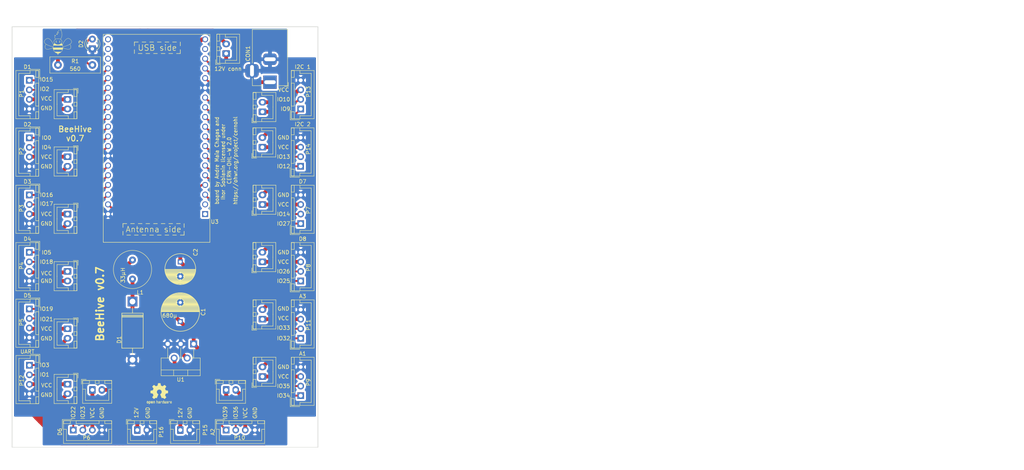
<source format=kicad_pcb>
(kicad_pcb (version 20211014) (generator pcbnew)
  (layers (0 "F.Cu" signal) (31 "B.Cu" signal) (34 "B.Paste" user) (35 "F.Paste" user) (36 "B.SilkS" user "B.Silkscreen") (37 "F.SilkS" user "F.Silkscreen") (38 "B.Mask" user) (39 "F.Mask" user) (44 "Edge.Cuts" user))
  (net 0 "")
  (net 1 "GND")
  (net 2 "Net-(C1-Pad1)")
  (net 3 "Net-(D1-Pad1)")
  (net 4 "Net-(P1-Pad3)")
  (net 5 "Net-(P2-Pad3)")
  (net 6 "D1-4")
  (net 7 "D1-3")
  (net 8 "+5V")
  (net 9 "D2-4")
  (net 10 "D2-3")
  (net 11 "D3-4")
  (net 12 "D3-3")
  (net 13 "D4-4")
  (net 14 "D4-3")
  (net 15 "D5-4")
  (net 16 "D5-3")
  (net 17 "D6-4")
  (net 18 "D6-3")
  (net 19 "D7-4")
  (net 20 "D7-3")
  (net 21 "D8-4")
  (net 22 "D8-3")
  (net 23 "A1-4")
  (net 24 "A1-3")
  (net 25 "A2-4")
  (net 26 "A2-3")
  (net 27 "A3-4")
  (net 28 "A3-3")
  (net 29 "I2C_1-4")
  (net 30 "I2C_1-3")
  (net 31 "I2C_2-4")
  (net 32 "I2C_2-3")
  (net 33 "RX")
  (net 34 "TX")
  (net 35 "Net-(D2-Pad2)")
  (net 36 "Net-(P10-Pad3)")
  (net 37 "Net-(P11-Pad3)")
  (net 44 "Net-(P18-Pad1)")
  (net 45 "Net-(P24-Pad1)")
  (net 46 "Net-(P19-Pad1)")
  (net 47 "Net-(P25-Pad1)")
  (net 48 "Net-(P26-Pad1)")
  (net 49 "Net-(P22-Pad1)")
  (net 50 "Net-(P20-Pad1)")
  (net 51 "Net-(P14-Pad3)")
  (net 52 "Net-(P13-Pad3)")
  (net 53 "Net-(P12-Pad3)")
  (net 54 "Net-(CON1-Pad1)")
  (footprint "Mounting_Holes:MountingHole_3.2mm_M3_DIN965" (layer "F.Cu") (at 51 34.5 -90)
    (fp_text reference "")
    (fp_text value "")
  )
  (footprint "Connector_JST:JST_XH_B04B-XH-A_04x2.50mm_Straight" (layer "F.Cu") (at 51.5 44.5 -90)
    (fp_text reference "P1")
    (fp_text value "D1")
  )
  (footprint "Connector_JST:JST_XH_B04B-XH-A_04x2.50mm_Straight" (layer "F.Cu") (at 51.5 59.55 -90)
    (fp_text reference "P2")
    (fp_text value "D2")
  )
  (footprint "Connector_JST:JST_XH_B04B-XH-A_04x2.50mm_Straight" (layer "F.Cu") (at 51.5 74.5 -90)
    (fp_text reference "P3")
    (fp_text value "D3")
  )
  (footprint "Connector_JST:JST_XH_B04B-XH-A_04x2.50mm_Straight" (layer "F.Cu") (at 51.5 89.5 -90)
    (fp_text reference "P4")
    (fp_text value "D4")
  )
  (footprint "Connector_JST:JST_XH_B04B-XH-A_04x2.50mm_Straight" (layer "F.Cu") (at 51.5 104.3 -90)
    (fp_text reference "P5")
    (fp_text value "D5")
  )
  (footprint "Connector_JST:JST_XH_B04B-XH-A_04x2.50mm_Straight" (layer "F.Cu") (at 63 136)
    (fp_text reference "P6")
    (fp_text value "D6")
  )
  (footprint "Connector_JST:JST_XH_B04B-XH-A_04x2.50mm_Straight" (layer "F.Cu") (at 122.5 82 90)
    (fp_text reference "P7")
    (fp_text value "D7")
  )
  (footprint "Connector_JST:JST_XH_B04B-XH-A_04x2.50mm_Straight" (layer "F.Cu") (at 122.5 97 90)
    (fp_text reference "P8")
    (fp_text value "D8")
  )
  (footprint "Connector_JST:JST_XH_B04B-XH-A_04x2.50mm_Straight" (layer "F.Cu") (at 122.5 127 90)
    (fp_text reference "P9")
    (fp_text value "A1")
  )
  (footprint "Connector_JST:JST_XH_B04B-XH-A_04x2.50mm_Straight" (layer "F.Cu") (at 103 136)
    (fp_text reference "P10")
    (fp_text value "A2")
  )
  (footprint "Connector_JST:JST_XH_B04B-XH-A_04x2.50mm_Straight" (layer "F.Cu") (at 122.5 112 90)
    (fp_text reference "P11")
    (fp_text value "A3")
  )
  (footprint "Connector_JST:JST_XH_B04B-XH-A_04x2.50mm_Straight" (layer "F.Cu") (at 122.5 52 90)
    (fp_text reference "P13")
    (fp_text value "I2C 1")
  )
  (footprint "Connector_JST:JST_XH_B04B-XH-A_04x2.50mm_Straight" (layer "F.Cu") (at 122.475 67 90)
    (fp_text reference "P14")
    (fp_text value "I2C 2")
  )
  (footprint "Connector_JST:JST_XH_B04B-XH-A_04x2.50mm_Straight" (layer "F.Cu") (at 51.525 119.05 -90)
    (fp_text reference "P12")
    (fp_text value "UART")
  )
  (footprint "Connector_BarrelJack:BarrelJack_Horizontal" (layer "F.Cu") (at 114.4575 45 -90)
    (fp_text reference "CON1")
    (fp_text value "BARREL_JACK")
  )
  (footprint "Inductor_THT:Neosid_Inductor_MA-Bs75" (layer "F.Cu") (at 78.5 96.5 90)
    (fp_text reference "L1")
    (fp_text value "33µH")
  )
  (footprint "Capacitor_THT:C_Radial_D10_L21_P5" (layer "F.Cu") (at 91 107.62122 90)
    (fp_text reference "C1")
    (fp_text value "680µ")
  )
  (footprint "Capacitor_THT:C_Radial_D8_L13_P3.8" (layer "F.Cu") (at 91 92 -90)
    (fp_text reference "C2")
    (fp_text value "220µ" hide)
  )
  (footprint "Diode_THT:Diode_DO-201AD_Horizontal_RM15" (layer "F.Cu") (at 78.49704 102.37878 -90)
    (fp_text reference "D1")
    (fp_text value "Schottky 5A" hide)
  )
  (footprint "Symbol:OSHW-Logo2_7.3x6mm_SilkScreen" (layer "F.Cu") (at 85.5 126.5)
    (fp_text reference " " hide)
    (fp_text value " " hide)
  )
  (footprint "Connector_JST:JST_XH_B2B-XH-A_1x02_P2.50mm_Vertical" (layer "F.Cu") (at 91 136)
    (fp_text reference "P15")
    (fp_text value "Conn_01x02")
  )
  (footprint "Connector_JST:JST_XH_B2B-XH-A_1x02_P2.50mm_Vertical" (layer "F.Cu") (at 79.75 136)
    (fp_text reference "P16")
    (fp_text value "Conn_01x02")
  )
  (footprint "logo-beehive:logo-beehive-7_2х6_7mm" (layer "F.Cu") (at 59 34.5)
    (fp_text reference "G***" hide)
    (fp_text value "LOGO" hide)
  )
  (footprint "Package_TO_SOT_THT:TO-220-5_P3.4x3.7mm_StaggerOdd_Lead3.8mm_Vertical" (layer "F.Cu") (at 94.5 113.47122 180)
    (fp_text reference "U1")
    (fp_text value "LM2596T-5")
  )
  (footprint "footprints:MODULE_ESP32-DEVKITC-32D" (layer "F.Cu") (at 97.5 79.5 180)
    (fp_text reference "U3")
    (fp_text value "ESP32-DEVKITC-32D")
  )
  (footprint "LED_THT:LED_D3.0mm" (layer "F.Cu") (at 68 36.275 90)
    (fp_text reference "D2")
    (fp_text value "LED")
  )
  (footprint "Resistor_THT:R_Box_L13.0mm_W4.0mm_P9.00mm" (layer "F.Cu") (at 68 40.5 180)
    (fp_text reference "R1")
    (fp_text value "560")
  )
  (footprint "Connector_JST:JST_XH_B2B-XH-A_1x02_P2.50mm_Vertical" (layer "F.Cu") (at 112.475 92 90)
    (fp_text reference "P26")
    (fp_text value "Conn_01x02")
  )
  (footprint "Connector_JST:JST_XH_B2B-XH-A_1x02_P2.50mm_Vertical" (layer "F.Cu") (at 61.5 64.5 -90)
    (fp_text reference "P23")
    (fp_text value "Conn_01x02")
  )
  (footprint "Connector_JST:JST_XH_B2B-XH-A_1x02_P2.50mm_Vertical" (layer "F.Cu") (at 61.5 94.5 -90)
    (fp_text reference "P24")
    (fp_text value "Conn_01x02")
  )
  (footprint "Connector_JST:JST_XH_B2B-XH-A_1x02_P2.50mm_Vertical" (layer "F.Cu") (at 112.5 77 90)
    (fp_text reference "P20")
    (fp_text value "Conn_01x02")
  )
  (footprint "Connector_JST:JST_XH_B2B-XH-A_1x02_P2.50mm_Vertical" (layer "F.Cu") (at 103 125.5)
    (fp_text reference "P27")
    (fp_text value "Conn_01x02")
  )
  (footprint "Connector_JST:JST_XH_B2B-XH-A_1x02_P2.50mm_Vertical" (layer "F.Cu") (at 112.5 122 90)
    (fp_text reference "P22")
    (fp_text value "Conn_01x02")
  )
  (footprint "Mounting_Holes:MountingHole_3.2mm_M3_DIN965" (layer "F.Cu") (at 51 136.5)
    (fp_text reference "")
    (fp_text value "")
  )
  (footprint "Mounting_Holes:MountingHole_3.2mm_M3_DIN965" (layer "F.Cu") (at 123 136.5 180)
    (fp_text reference "")
    (fp_text value "")
  )
  (footprint "Connector_JST:JST_XH_B2B-XH-A_1x02_P2.50mm_Vertical" (layer "F.Cu") (at 112.475 62 90)
    (fp_text reference "P30")
    (fp_text value "Conn_01x02")
  )
  (footprint "Connector_JST:JST_XH_B2B-XH-A_1x02_P2.50mm_Vertical" (layer "F.Cu") (at 61.5 49.5 -90)
    (fp_text reference "P17")
    (fp_text value "Conn_01x02")
  )
  (footprint "Connector_JST:JST_XH_B2B-XH-A_1x02_P2.50mm_Vertical" (layer "F.Cu") (at 112.5 52.75 90)
    (fp_text reference "P29")
    (fp_text value "Conn_01x02")
  )
  (footprint "Mounting_Holes:MountingHole_3.2mm_M3_DIN965" (layer "F.Cu") (at 123 34.5 180)
    (fp_text reference "")
    (fp_text value "")
  )
  (footprint "Connector_JST:JST_XH_B2B-XH-A_1x02_P2.50mm_Vertical" (layer "F.Cu") (at 103 37.5 90)
    (fp_text reference "P31")
    (fp_text value "Conn_01x02")
  )
  (footprint "" (layer "F.Cu") (at 122 80.75)
    (fp_text reference "")
    (fp_text value "")
  )
  (footprint "Connector_JST:JST_XH_B2B-XH-A_1x02_P2.50mm_Vertical" (layer "F.Cu") (at 61.5 79.5 -90)
    (fp_text reference "P18")
    (fp_text value "Conn_01x02")
  )
  (footprint "Connector_JST:JST_XH_B2B-XH-A_1x02_P2.50mm_Vertical" (layer "F.Cu") (at 68 125.5)
    (fp_text reference "P25")
    (fp_text value "Conn_01x02")
  )
  (footprint "Connector_JST:JST_XH_B2B-XH-A_1x02_P2.50mm_Vertical" (layer "F.Cu") (at 112.5 107 90)
    (fp_text reference "P28")
    (fp_text value "Conn_01x02")
  )
  (footprint "Connector_JST:JST_XH_B2B-XH-A_1x02_P2.50mm_Vertical" (layer "F.Cu") (at 61.5 124 -90)
    (fp_text reference "P21")
    (fp_text value "Conn_01x02")
  )
  (footprint "Connector_JST:JST_XH_B2B-XH-A_1x02_P2.50mm_Vertical" (layer "F.Cu") (at 61.5 109.5 -90)
    (fp_text reference "P19")
    (fp_text value "Conn_01x02")
  )
  (gr_line (start 79 82) (end 78 82) (layer "F.SilkS") (width 0.15))
  (gr_line (start 77 82) (end 76 82) (layer "F.SilkS") (width 0.15))
  (gr_line (start 81 82) (end 80 82) (layer "F.SilkS") (width 0.15))
  (gr_line (start 76 82) (end 76 83) (layer "F.SilkS") (width 0.15))
  (gr_line (start 76 84) (end 76 85) (layer "F.SilkS") (width 0.15))
  (gr_line (start 80 85) (end 79 85) (layer "F.SilkS") (width 0.15))
  (gr_line (start 78 85) (end 77 85) (layer "F.SilkS") (width 0.15))
  (gr_line (start 92 85) (end 91 85) (layer "F.SilkS") (width 0.15))
  (gr_line (start 90 85) (end 89 85) (layer "F.SilkS") (width 0.15))
  (gr_line (start 88 85) (end 87 85) (layer "F.SilkS") (width 0.15))
  (gr_line (start 86 85) (end 85 85) (layer "F.SilkS") (width 0.15))
  (gr_line (start 84 85) (end 83 85) (layer "F.SilkS") (width 0.15))
  (gr_line (start 82 85) (end 81 85) (layer "F.SilkS") (width 0.15))
  (gr_line (start 80 34.5) (end 79 34.5) (layer "F.SilkS") (width 0.15))
  (gr_line (start 79 34.5) (end 79 35.5) (layer "F.SilkS") (width 0.15))
  (gr_line (start 79 36.5) (end 79 37.5) (layer "F.SilkS") (width 0.15))
  (gr_line (start 81 37.5) (end 80 37.5) (layer "F.SilkS") (width 0.15))
  (gr_line (start 91 37.5) (end 90 37.5) (layer "F.SilkS") (width 0.15))
  (gr_line (start 89 37.5) (end 88 37.5) (layer "F.SilkS") (width 0.15))
  (gr_line (start 87 37.5) (end 86 37.5) (layer "F.SilkS") (width 0.15))
  (gr_line (start 85 37.5) (end 84 37.5) (layer "F.SilkS") (width 0.15))
  (gr_line (start 83 37.5) (end 82 37.5) (layer "F.SilkS") (width 0.15))
  (gr_line (start 91 34.5) (end 91 35.5) (layer "F.SilkS") (width 0.15))
  (gr_line (start 91 36.5) (end 91 37.5) (layer "F.SilkS") (width 0.15))
  (gr_line (start 90 34.5) (end 89 34.5) (layer "F.SilkS") (width 0.15))
  (gr_line (start 88 34.5) (end 87 34.5) (layer "F.SilkS") (width 0.15))
  (gr_line (start 86 34.5) (end 85 34.5) (layer "F.SilkS") (width 0.15))
  (gr_line (start 84 34.5) (end 83 34.5) (layer "F.SilkS") (width 0.15))
  (gr_line (start 82 34.5) (end 81 34.5) (layer "F.SilkS") (width 0.15))
  (gr_line (start 85 82) (end 84 82) (layer "F.SilkS") (width 0.15))
  (gr_line (start 92 82) (end 92 83) (layer "F.SilkS") (width 0.15))
  (gr_line (start 83 82) (end 82 82) (layer "F.SilkS") (width 0.15))
  (gr_line (start 91 82) (end 90 82) (layer "F.SilkS") (width 0.15))
  (gr_line (start 87 82) (end 86 82) (layer "F.SilkS") (width 0.15))
  (gr_line (start 92 84) (end 92 85) (layer "F.SilkS") (width 0.15))
  (gr_line (start 89 82) (end 88 82) (layer "F.SilkS") (width 0.15))
  (gr_line (start 127 140.5) (end 47 140.5) (layer "Edge.Cuts") (width 0.1))
  (gr_line (start 47 30.5) (end 47 140.5) (layer "Edge.Cuts") (width 0.15))
  (gr_line (start 47 30.5) (end 127 30.5) (layer "Edge.Cuts") (width 0.15))
  (gr_line (start 127 30.5) (end 127 140.5) (layer "Edge.Cuts") (width 0.15))
  (gr_text "VCC" (at 56 49.3) (layer "F.SilkS") (effects (font (size 1 1))))
  (gr_text "IO15" (at 56 44.3) (layer "F.SilkS") (effects (font (size 1 1))))
  (gr_text "IO2" (at 55.5 46.8) (layer "F.SilkS") (effects (font (size 1 1))))
  (gr_text "VCC" (at 56 64.55) (layer "F.SilkS") (effects (font (size 1 1))))
  (gr_text "GND" (at 56 67.05) (layer "F.SilkS") (effects (font (size 1 1))))
  (gr_text "IO4" (at 56 62.05) (layer "F.SilkS") (effects (font (size 1 1))))
  (gr_text "IO0" (at 56 59.55) (layer "F.SilkS") (effects (font (size 1 1))))
  (gr_text "IO23" (at 65.5 131.5 90) (layer "F.SilkS") (effects (font (size 1 1))))
  (gr_text "IO22" (at 63 131.5 90) (layer "F.SilkS") (effects (font (size 1 1))))
  (gr_text "IO21" (at 56 107) (layer "F.SilkS") (effects (font (size 1 1))))
  (gr_text "IO19" (at 56 104.3) (layer "F.SilkS") (effects (font (size 1 1))))
  (gr_text "IO25" (at 118 97) (layer "F.SilkS") (effects (font (size 1 1))))
  (gr_text "IO26" (at 118 94.5) (layer "F.SilkS") (effects (font (size 1 1))))
  (gr_text "IO27" (at 118 82) (layer "F.SilkS") (effects (font (size 1 1))))
  (gr_text "IO14" (at 118 79.5) (layer "F.SilkS") (effects (font (size 1 1))))
  (gr_text "IO34" (at 118 127) (layer "F.SilkS") (effects (font (size 1 1))))
  (gr_text "IO35" (at 118 124.5) (layer "F.SilkS") (effects (font (size 1 1))))
  (gr_text "GND" (at 118 119.5) (layer "F.SilkS") (effects (font (size 1 1))))
  (gr_text "VCC" (at 118 122) (layer "F.SilkS") (effects (font (size 1 1))))
  (gr_text "IO33" (at 118 109.25) (layer "F.SilkS") (effects (font (size 1 1))))
  (gr_text "IO32" (at 118 112) (layer "F.SilkS") (effects (font (size 1 1))))
  (gr_text "VCC" (at 117.975 106.75) (layer "F.SilkS") (effects (font (size 1 1))))
  (gr_text "VCC" (at 118 47) (layer "F.SilkS") (effects (font (size 1 1))))
  (gr_text "IO10" (at 118 49.5) (layer "F.SilkS") (effects (font (size 1 1))))
  (gr_text "IO9" (at 118.5 52) (layer "F.SilkS") (effects (font (size 1 1))))
  (gr_text "GND" (at 82.5 131.5 90) (layer "F.SilkS") (effects (font (size 1 1))))
  (gr_text "IO3" (at 55.5 119) (layer "F.SilkS") (effects (font (size 1 1))))
  (gr_text "12V" (at 79.5 131.5 90) (layer "F.SilkS") (effects (font (size 1 1))))
  (gr_text "IO1" (at 55.5 121.5) (layer "F.SilkS") (effects (font (size 1 1))))
  (gr_text "VCC" (at 118 77) (layer "F.SilkS") (effects (font (size 1 1))))
  (gr_text "GND" (at 118 89.5) (layer "F.SilkS") (effects (font (size 1 1))))
  (gr_text "VCC" (at 118 92) (layer "F.SilkS") (effects (font (size 1 1))))
  (gr_text "GND" (at 118 74.5) (layer "F.SilkS") (effects (font (size 1 1))))
  (gr_text "VCC" (at 56.025 124.3) (layer "F.SilkS") (effects (font (size 1 1))))
  (gr_text "GND" (at 56.025 126.8) (layer "F.SilkS") (effects (font (size 1 1))))
  (gr_text "USB side" (at 85 36) (layer "F.SilkS") (effects (font (size 1.5 1.5))))
  (gr_text "GND" (at 93.5 131.5 90) (layer "F.SilkS") (effects (font (size 1 1))))
  (gr_text "12V" (at 91 131.5 90) (layer "F.SilkS") (effects (font (size 1 1))))
  (gr_text "BeeHive\nv0.7" (at 63.5 58.5) (layer "F.SilkS") (effects (font (size 1.5 1.5) (thickness 0.25))))
  (gr_text "board by Andre Maia Chagas and\nIhor Sobianin licensed under \nCERN-OHL-W 2.0\nhttps://ohwr.org/project/cernohl" (at 103 65.5 90) (layer "F.SilkS") (effects (font (size 1 0.9))))
  (gr_text "GND" (at 117.975 104.25) (layer "F.SilkS") (effects (font (size 1 1))))
  (gr_text "12V conn" (at 103.5 41.5) (layer "F.SilkS") (effects (font (size 1 1))))
  (gr_text "GND" (at 118 59.5) (layer "F.SilkS") (effects (font (size 1 1))))
  (gr_text "IO12" (at 118 67) (layer "F.SilkS") (effects (font (size 1 1))))
  (gr_text "BeeHive v0.7" (at 70 103 90) (layer "F.SilkS") (effects (font (size 2 2) (thickness 0.4))))
  (gr_text "IO18" (at 55.99 92) (layer "F.SilkS") (effects (font (size 1 1))))
  (gr_text "GND" (at 56 112.05) (layer "F.SilkS") (effects (font (size 1 1))))
  (gr_text "GND" (at 56 51.8) (layer "F.SilkS") (effects (font (size 1 1))))
  (gr_text "Antenna side" (at 84 83.5) (layer "F.SilkS") (effects (font (size 1.5 1.5))))
  (gr_text "VCC" (at 56 79.5) (layer "F.SilkS") (effects (font (size 1 1))))
  (gr_text "GND" (at 110.55 131.5 90) (layer "F.SilkS") (effects (font (size 1 1))))
  (gr_text "GND" (at 56 97) (layer "F.SilkS") (effects (font (size 1 1))))
  (gr_text "GND" (at 56 82) (layer "F.SilkS") (effects (font (size 1 1))))
  (gr_text "VCC" (at 56 109.5) (layer "F.SilkS") (effects (font (size 1 1))))
  (gr_text "IO17" (at 56 76.8) (layer "F.SilkS") (effects (font (size 1 1))))
  (gr_text "IO16" (at 56 74.5) (layer "F.SilkS") (effects (font (size 1 1))))
  (gr_text "IO36" (at 105.5 131.5 90) (layer "F.SilkS") (effects (font (size 1 1))))
  (gr_text "GND" (at 70.5 131.5 90) (layer "F.SilkS") (effects (font (size 1 1))))
  (gr_text "VCC" (at 68 131.5 90) (layer "F.SilkS") (effects (font (size 1 1))))
  (gr_text "VCC" (at 118 62) (layer "F.SilkS") (effects (font (size 1 1))))
  (gr_text "IO5" (at 56 89.55) (layer "F.SilkS") (effects (font (size 1 1))))
  (gr_text "VCC" (at 56 95) (layer "F.SilkS") (effects (font (size 1 1))))
  (gr_text "IO39" (at 102.75 131.5 90) (layer "F.SilkS") (effects (font (size 1 1))))
  (gr_text "VCC" (at 108 131.5 90) (layer "F.SilkS") (effects (font (size 1 1))))
  (gr_text "IO13" (at 118 64.5) (layer "F.SilkS") (effects (font (size 1 1))))
  (segment (start 92 129.5) (end 91 130.5) (width 1) (layer "F.Cu") (net 2))
  (segment (start 81.5 98.12122) (end 94.5 111.12122) (width 1) (layer "F.Cu") (net 2))
  (segment (start 95.5 126) (end 92 129.5) (width 1) (layer "F.Cu") (net 2))
  (segment (start 81.5 32.5) (end 80.5 31.5) (width 1) (layer "F.Cu") (net 2))
  (segment (start 80.5 129.5) (end 79.75 130.25) (width 1) (layer "F.Cu") (net 2))
  (segment (start 95.5 114.5) (end 95.5 126) (width 1) (layer "F.Cu") (net 2))
  (segment (start 94.5 111.12122) (end 94.5 113.5) (width 1) (layer "F.Cu") (net 2))
  (segment (start 94.5 113.5) (end 95.5 114.5) (width 1) (layer "F.Cu") (net 2))
  (segment (start 81.5 32.5) (end 81.5 98.12122) (width 1) (layer "F.Cu") (net 2))
  (segment (start 90 129.5) (end 92 129.5) (width 1) (layer "F.Cu") (net 2))
  (segment (start 80.5 31.5) (end 64 31.5) (width 1) (layer "F.Cu") (net 2))
  (segment (start 79.75 130.25) (end 79.75 136) (width 1) (layer "F.Cu") (net 2))
  (segment (start 91 130.5) (end 90 129.5) (width 1) (layer "F.Cu") (net 2))
  (segment (start 80.5 31.5) (end 82.5 31.5) (width 1) (layer "F.Cu") (net 2))
  (segment (start 64 31.5) (end 59 36.5) (width 1) (layer "F.Cu") (net 2))
  (segment (start 82.5 31.5) (end 81.5 32.5) (width 1) (layer "F.Cu") (net 2))
  (segment (start 99.5 31.5) (end 82.5 31.5) (width 1) (layer "F.Cu") (net 2))
  (segment (start 90 129.5) (end 80.5 129.5) (width 1) (layer "F.Cu") (net 2))
  (segment (start 59 36.5) (end 59 40.5) (width 1) (layer "F.Cu") (net 2))
  (segment (start 103 35) (end 99.5 31.5) (width 1) (layer "F.Cu") (net 2))
  (segment (start 91 130.5) (end 91 136) (width 1) (layer "F.Cu") (net 2))
  (segment (start 92.55 117.05) (end 90.75 115.25) (width 1) (layer "F.Cu") (net 3))
  (segment (start 90.75 115.25) (end 86.8 115.25) (width 1) (layer "F.Cu") (net 3))
  (segment (start 86.8 115.25) (end 78.5 106.95) (width 1) (layer "F.Cu") (net 3))
  (segment (start 78.5 106.95) (end 78.5 102.38) (width 1) (layer "F.Cu") (net 3))
  (segment (start 78.5 102.38) (end 78.5 96.5) (width 1) (layer "F.Cu") (net 3))
  (segment (start 61.5 49.5) (end 51.5 49.5) (width 1) (layer "F.Cu") (net 4))
  (segment (start 61.5 64.5) (end 51.55 64.5) (width 1) (layer "F.Cu") (net 5))
  (segment (start 51.55 64.5) (end 51.5 64.55) (width 1) (layer "F.Cu") (net 5))
  (segment (start 69.04 47) (end 51.5 47) (width 0.5) (layer "F.Cu") (net 6))
  (segment (start 72.1 43.94) (end 69.04 47) (width 0.5) (layer "F.Cu") (net 6))
  (segment (start 69 44.5) (end 51.5 44.5) (width 0.5) (layer "F.Cu") (net 7))
  (segment (start 72.1 41.4) (end 69 44.5) (width 0.5) (layer "F.Cu") (net 7))
  (segment (start 126 116) (end 116 116) (width 1) (layer "F.Cu") (net 8))
  (segment (start 96.72 33.78) (end 91 39.5) (width 1) (layer "F.Cu") (net 8))
  (segment (start 75 139.5) (end 75 128.5) (width 1) (layer "F.Cu") (net 8))
  (segment (start 125 101) (end 126 102) (width 1) (layer "F.Cu") (net 8))
  (segment (start 75 124.5) (end 76 125.5) (width 1) (layer "F.Cu") (net 8))
  (segment (start 76 125.5) (end 75 125.5) (width 1) (layer "F.Cu") (net 8))
  (segment (start 126 42) (end 125 41) (width 1) (layer "F.Cu") (net 8))
  (segment (start 75 124.5) (end 74 125.5) (width 1) (layer "F.Cu") (net 8))
  (segment (start 115.75 50.25) (end 112.5 50.25) (width 1) (layer "F.Cu") (net 8))
  (segment (start 49 86) (end 48 85) (width 1) (layer "F.Cu") (net 8))
  (segment (start 121 41) (end 120 42) (width 1) (layer "F.Cu") (net 8))
  (segment (start 97.5 33.78) (end 96.72 33.78) (width 1) (layer "F.Cu") (net 8))
  (segment (start 55.25 100.5) (end 49 100.5) (width 1) (layer "F.Cu") (net 8))
  (segment (start 75 126) (end 75 95) (width 1) (layer "F.Cu") (net 8))
  (segment (start 49 115) (end 48 114) (width 1) (layer "F.Cu") (net 8))
  (segment (start 115.5 137) (end 115.5 131) (width 1) (layer "F.Cu") (net 8))
  (segment (start 48 114) (end 48 117.025) (width 1) (layer "F.Cu") (net 8))
  (segment (start 125 71) (end 126 72) (width 1) (layer "F.Cu") (net 8))
  (segment (start 125 101) (end 116 101) (width 1) (layer "F.Cu") (net 8))
  (segment (start 126 115) (end 125 116) (width 1) (layer "F.Cu") (net 8))
  (segment (start 76 139.5) (end 100 139.5) (width 1) (layer "F.Cu") (net 8))
  (segment (start 89.5 117.27122) (end 89.5 122.5) (width 1) (layer "F.Cu") (net 8))
  (segment (start 116.5 130) (end 124 130) (width 1) (layer "F.Cu") (net 8))
  (segment (start 75 125.5) (end 76 125.5) (width 1) (layer "F.Cu") (net 8))
  (segment (start 55 134.5) (end 60 139.5) (width 1) (layer "F.Cu") (net 8))
  (segment (start 126 128) (end 126 117.5) (width 1) (layer "F.Cu") (net 8))
  (segment (start 125 86) (end 126 85) (width 1) (layer "F.Cu") (net 8))
  (segment (start 86.5 125.5) (end 75 125.5) (width 1) (layer "F.Cu") (net 8))
  (segment (start 61.5 52) (end 55 52) (width 1) (layer "F.Cu") (net 8))
  (segment (start 53.25 132.75) (end 55.25 132.75) (width 1) (layer "F.Cu") (net 8))
  (segment (start 55.25 132.75) (end 55.25 134.75) (width 1) (layer "F.Cu") (net 8))
  (segment (start 115.5 131) (end 116.5 130) (width 1) (layer "F.Cu") (net 8))
  (segment (start 48 69.5) (end 49 70.5) (width 1) (layer "F.Cu") (net 8))
  (segment (start 49 115) (end 48 116) (width 1) (layer "F.Cu") (net 8))
  (segment (start 48 70.5) (end 49.5 70.5) (width 1) (layer "F.Cu") (net 8))
  (segment (start 110 130) (end 114.5 130) (width 1) (layer "F.Cu") (net 8))
  (segment (start 48 117) (end 48 127.5) (width 1) (layer "F.Cu") (net 8))
  (segment (start 48 100.5) (end 48 101.5) (width 1) (layer "F.Cu") (net 8))
  (segment (start 125 57.5) (end 126 56.5) (width 1) (layer "F.Cu") (net 8))
  (segment (start 75 125.5) (end 75 124.5) (width 1) (layer "F.Cu") (net 8))
  (segment (start 96.5 139.5) (end 98 139.5) (width 1) (layer "F.Cu") (net 8))
  (segment (start 125 41) (end 121 41) (width 1) (layer "F.Cu") (net 8))
  (segment (start 66.525 139.5) (end 74 139.5) (width 1) (layer "F.Cu") (net 8))
  (segment (start 48 70.5) (end 48 71.5) (width 1) (layer "F.Cu") (net 8))
  (segment (start 98 138.5) (end 98 139.5) (width 1) (layer "F.Cu") (net 8))
  (segment (start 48 69.5) (end 48 84.5) (width 1) (layer "F.Cu") (net 8))
  (segment (start 70.5 125.5) (end 74 125.5) (width 1) (layer "F.Cu") (net 8))
  (segment (start 48 69.5) (end 48 70.5) (width 1) (layer "F.Cu") (net 8))
  (segment (start 74 125.5) (end 75 125.5) (width 1) (layer "F.Cu") (net 8))
  (segment (start 58.75 97) (end 55.25 100.5) (width 1) (layer "F.Cu") (net 8))
  (segment (start 61.5 112) (end 58.5 115) (width 1) (layer "F.Cu") (net 8))
  (segment (start 125 86) (end 115.975 86) (width 1) (layer "F.Cu") (net 8))
  (segment (start 48 84.5) (end 48 86) (width 1) (layer "F.Cu") (net 8))
  (segment (start 115.975 86) (end 112.475 89.5) (width 1) (layer "F.Cu") (net 8))
  (segment (start 49 86) (end 48 87) (width 1) (layer "F.Cu") (net 8))
  (segment (start 91 92) (end 98 99) (width 1) (layer "F.Cu") (net 8))
  (segment (start 74 139.5) (end 75 139.5) (width 1) (layer "F.Cu") (net 8))
  (segment (start 126 102) (end 126 99.5) (width 1) (layer "F.Cu") (net 8))
  (segment (start 114.475 57.5) (end 112.475 59.5) (width 1) (layer "F.Cu") (net 8))
  (segment (start 58 70.5) (end 61.5 67) (width 1) (layer "F.Cu") (net 8))
  (segment (start 49 100.5) (end 48 99.5) (width 1) (layer "F.Cu") (net 8))
  (segment (start 49.5 70.5) (end 58 70.5) (width 1) (layer "F.Cu") (net 8))
  (segment (start 114.5 130) (end 115.5 131) (width 1) (layer "F.Cu") (net 8))
  (segment (start 61.5 97) (end 58.75 97) (width 1) (layer "F.Cu") (net 8))
  (segment (start 125 116) (end 126 117) (width 1) (layer "F.Cu") (net 8))
  (segment (start 75 128.5) (end 75 126.5) (width 1) (layer "F.Cu") (net 8))
  (segment (start 125 101) (end 126 100) (width 1) (layer "F.Cu") (net 8))
  (segment (start 48 86) (end 48 87) (width 1) (layer "F.Cu") (net 8))
  (segment (start 126 87) (end 126 85) (width 1) (layer "F.Cu") (net 8))
  (segment (start 125 57.5) (end 126 58.5) (width 1) (layer "F.Cu") (net 8))
  (segment (start 120 42) (end 120 46) (width 1) (layer "F.Cu") (net 8))
  (segment (start 48 113.5) (end 48 114) (width 1) (layer "F.Cu") (net 8))
  (segment (start 115.5 131) (end 115.5 130) (width 1) (layer "F.Cu") (net 8))
  (segment (start 75 126.5) (end 76 125.5) (width 1) (layer "F.Cu") (net 8))
  (segment (start 48 114) (end 48 115.5) (width 1) (layer "F.Cu") (net 8))
  (segment (start 116 116) (end 112.5 119.5) (width 1) (layer "F.Cu") (net 8))
  (segment (start 75 95) (end 78.5 91.5) (width 1) (layer "F.Cu") (net 8))
  (segment (start 116 101) (end 112.5 104.5) (width 1) (layer "F.Cu") (net 8))
  (segment (start 126 57.5) (end 125.5 58) (width 1) (layer "F.Cu") (net 8))
  (segment (start 48 86) (end 49 86) (width 1) (layer "F.Cu") (net 8))
  (segment (start 125 86) (end 126 87) (width 1) (layer "F.Cu") (net 8))
  (segment (start 125.5 57.5) (end 114.475 57.5) (width 1) (layer "F.Cu") (net 8))
  (segment (start 48 87) (end 48 93.0125) (width 1) (layer "F.Cu") (net 8))
  (segment (start 55 52) (end 48 59) (width 1) (layer "F.Cu") (net 8))
  (segment (start 75 138.5) (end 74 139.5) (width 1) (layer "F.Cu") (net 8))
  (segment (start 75 126.5) (end 75 125.5) (width 1) (layer "F.Cu") (net 8))
  (segment (start 99 139.5) (end 99.5 139.5) (width 1) (layer "F.Cu") (net 8))
  (segment (start 89.4 117.17122) (end 89.5 117.27122) (width 1) (layer "F.Cu") (net 8))
  (segment (start 126 101) (end 125 101) (width 1) (layer "F.Cu") (net 8))
  (segment (start 49 70.5) (end 48 71.5) (width 1) (layer "F.Cu") (net 8))
  (segment (start 48 85) (end 48 84.5) (width 1) (layer "F.Cu") (net 8))
  (segment (start 49 115) (end 48 115) (width 1) (layer "F.Cu") (net 8))
  (segment (start 48 59) (end 48 69.5) (width 1) (layer "F.Cu") (net 8))
  (segment (start 125 71) (end 126 70) (width 1) (layer "F.Cu") (net 8))
  (segment (start 53.25 132.75) (end 55.25 134.75) (width 1) (layer "F.Cu") (net 8))
  (segment (start 98 138.5) (end 99 139.5) (width 1) (layer "F.Cu") (net 8))
  (segment (start 75 139.5) (end 75 138.5) (width 1) (layer "F.Cu") (net 8))
  (segment (start 126 115.5) (end 126 99.5) (width 1) (layer "F.Cu") (net 8))
  (segment (start 115.975 71) (end 112.475 74.5) (width 1) (layer "F.Cu") (net 8))
  (segment (start 113 139.5) (end 115.5 137) (width 1) (layer "F.Cu") (net 8))
  (segment (start 48 113) (end 48 114) (width 1) (layer "F.Cu") (net 8))
  (segment (start 49 100.5) (end 48 101.5) (width 1) (layer "F.Cu") (net 8))
  (segment (start 126 58.5) (end 126 56.5) (width 1) (layer "F.Cu") (net 8))
  (segment (start 89.5 122.5) (end 86.5 125.5) (width 1) (layer "F.Cu") (net 8))
  (segment (start 74 125.5) (end 75 126.5) (width 1) (layer "F.Cu") (net 8))
  (segment (start 126 72) (end 126 70) (width 1) (layer "F.Cu") (net 8))
  (segment (start 75 138.5) (end 76 139.5) (width 1) (layer "F.Cu") (net 8))
  (segment (start 48 127.5) (end 55.25 134.75) (width 1) (layer "F.Cu") (net 8))
  (segment (start 114.5 130) (end 116.5 130) (width 1) (layer "F.Cu") (net 8))
  (segment (start 120 46) (end 115.75 50.25) (width 1) (layer "F.Cu") (net 8))
  (segment (start 126 117) (end 126 115) (width 1) (layer "F.Cu") (net 8))
  (segment (start 49 86) (end 57.5 86) (width 1) (layer "F.Cu") (net 8))
  (segment (start 49 100.5) (end 48 100.5) (width 1) (layer "F.Cu") (net 8))
  (segment (start 125 71) (end 115.975 71) (width 1) (layer "F.Cu") (net 8))
  (segment (start 98 99) (end 98 139) (width 1) (layer "F.Cu") (net 8))
  (segment (start 126 83.5) (end 126 42) (width 1) (layer "F.Cu") (net 8))
  (segment (start 60 139.5) (end 66.5 139.5) (width 1) (layer "F.Cu") (net 8))
  (segment (start 97.5 139) (end 98 139.5) (width 1) (layer "F.Cu") (net 8))
  (segment (start 97 139.5) (end 96.5 139.5) (width 1) (layer "F.Cu") (net 8))
  (segment (start 58.5 115) (end 49 115) (width 1) (layer "F.Cu") (net 8))
  (segment (start 98 139.5) (end 99.5 139.5) (width 1) (layer "F.Cu") (net 8))
  (segment (start 49 70.5) (end 49.5 70.5) (width 1) (layer "F.Cu") (net 8))
  (segment (start 126 99.5) (end 126 84) (width 1) (layer "F.Cu") (net 8))
  (segment (start 98 138.5) (end 97 139.5) (width 1) (layer "F.Cu") (net 8))
  (segment (start 48 99.5) (end 48 100.5) (width 1) (layer "F.Cu") (net 8))
  (segment (start 57.5 86) (end 61.5 82) (width 1) (layer "F.Cu") (net 8))
  (segment (start 54.5 133.5) (end 55.25 132.75) (width 1) (layer "F.Cu") (net 8))
  (segment (start 100 139.5) (end 113 139.5) (width 1) (layer "F.Cu") (net 8))
  (segment (start 91 39.5) (end 91 92) (width 1) (layer "F.Cu") (net 8))
  (segment (start 48 99) (end 48 113) (width 1) (layer "F.Cu") (net 8))
  (segment (start 105.5 125.5) (end 110 130) (width 1) (layer "F.Cu") (net 8))
  (segment (start 124 130) (end 126 128) (width 1) (layer "F.Cu") (net 8))
  (segment (start 75 139.5) (end 76 139.5) (width 1) (layer "F.Cu") (net 8))
  (segment (start 48 93.0125) (end 48 99.5) (width 1) (layer "F.Cu") (net 8))
  (segment (start 54.2375 133.7625) (end 61.5 126.5) (width 1) (layer "F.Cu") (net 8))
  (segment (start 59.07 62.05) (end 51.5 62.05) (width 0.5) (layer "F.Cu") (net 9))
  (segment (start 72.1 49.02) (end 59.07 62.05) (width 0.5) (layer "F.Cu") (net 9))
  (segment (start 59.03 59.55) (end 51.5 59.55) (width 0.5) (layer "F.Cu") (net 10))
  (segment (start 72.1 46.48) (end 59.03 59.55) (width 0.5) (layer "F.Cu") (net 10))
  (segment (start 71.9 54.1) (end 67.5 58.5) (width 0.5) (layer "F.Cu") (net 11))
  (segment (start 55.255025 77) (end 51.5 77) (width 0.5) (layer "F.Cu") (net 11))
  (segment (start 67.5 58.5) (end 67.5 64.755025) (width 0.5) (layer "F.Cu") (net 11))
  (segment (start 72.1 54.1) (end 71.9 54.1) (width 0.5) (layer "F.Cu") (net 11))
  (segment (start 67.5 64.755025) (end 55.255025 77) (width 0.5) (layer "F.Cu") (net 11))
  (segment (start 72.1 51.56) (end 71.94 51.56) (width 0.5) (layer "F.Cu") (net 12))
  (segment (start 56.25 74.5) (end 51.5 74.5) (width 0.5) (layer "F.Cu") (net 12))
  (segment (start 66.5 64.25) (end 56.25 74.5) (width 0.5) (layer "F.Cu") (net 12))
  (segment (start 66.5 57) (end 66.5 64.25) (width 0.5) (layer "F.Cu") (net 12))
  (segment (start 71.94 51.56) (end 66.5 57) (width 0.5) (layer "F.Cu") (net 12))
  (segment (start 65 70.5) (end 65 88) (width 0.5) (layer "F.Cu") (net 13))
  (segment (start 61 92) (end 51.5 92) (width 0.5) (layer "F.Cu") (net 13))
  (segment (start 65 88) (end 61 92) (width 0.5) (layer "F.Cu") (net 13))
  (segment (start 69.5 66) (end 65 70.5) (width 0.5) (layer "F.Cu") (net 13))
  (segment (start 72.1 59.18) (end 69.5 61.78) (width 0.5) (layer "F.Cu") (net 13))
  (segment (start 69.5 61.78) (end 69.5 66) (width 0.5) (layer "F.Cu") (net 13))
  (segment (start 64 86) (end 60.5 89.5) (width 0.5) (layer "F.Cu") (net 14))
  (segment (start 68.5 60.24) (end 68.5 65.5) (width 0.5) (layer "F.Cu") (net 14))
  (segment (start 68.5 65.5) (end 64 70) (width 0.5) (layer "F.Cu") (net 14))
  (segment (start 60.5 89.5) (end 51.5 89.5) (width 0.5) (layer "F.Cu") (net 14))
  (segment (start 64 70) (end 64 86) (width 0.5) (layer "F.Cu") (net 14))
  (segment (start 72.1 56.64) (end 68.5 60.24) (width 0.5) (layer "F.Cu") (net 14))
  (segment (start 67 104) (end 64.2 106.8) (width 0.5) (layer "F.Cu") (net 15))
  (segment (start 72.1 66.9) (end 67 72) (width 0.5) (layer "F.Cu") (net 15))
  (segment (start 67 72) (end 67 104) (width 0.5) (layer "F.Cu") (net 15))
  (segment (start 64.2 106.8) (end 51.5 106.8) (width 0.5) (layer "F.Cu") (net 15))
  (segment (start 72.1 66.8) (end 72.1 66.9) (width 0.5) (layer "F.Cu") (net 15))
  (segment (start 66 71.5) (end 70.5 67) (width 0.5) (layer "F.Cu") (net 16))
  (segment (start 64.2 104.3) (end 66 102.5) (width 0.5) (layer "F.Cu") (net 16))
  (segment (start 70.5 67) (end 70.5 63.32) (width 0.5) (layer "F.Cu") (net 16))
  (segment (start 51.5 104.3) (end 64.2 104.3) (width 0.5) (layer "F.Cu") (net 16))
  (segment (start 70.5 63.32) (end 72.1 61.72) (width 0.5) (layer "F.Cu") (net 16))
  (segment (start 66 102.5) (end 66 71.5) (width 0.5) (layer "F.Cu") (net 16))
  (segment (start 74 80.5) (end 71 83.5) (width 0.5) (layer "F.Cu") (net 17))
  (segment (start 66 121.5) (end 66 135.5) (width 0.5) (layer "F.Cu") (net 17))
  (segment (start 71 116.5) (end 66 121.5) (width 0.5) (layer "F.Cu") (net 17))
  (segment (start 66 135.5) (end 65.5 136) (width 0.5) (layer "F.Cu") (net 17))
  (segment (start 71 83.5) (end 71 116.5) (width 0.5) (layer "F.Cu") (net 17))
  (segment (start 72.1 76.96) (end 74 78.86) (width 0.5) (layer "F.Cu") (net 17))
  (segment (start 74 78.86) (end 74 80.5) (width 0.5) (layer "F.Cu") (net 17))
  (segment (start 72.1 74.42) (end 70 76.52) (width 0.5) (layer "F.Cu") (net 18))
  (segment (start 70 76.52) (end 70 115.5) (width 0.5) (layer "F.Cu") (net 18))
  (segment (start 64.5 129.5) (end 63 131) (width 0.5) (layer "F.Cu") (net 18))
  (segment (start 64.5 121) (end 64.5 129.5) (width 0.5) (layer "F.Cu") (net 18))
  (segment (start 63 131) (end 63 136) (width 0.5) (layer "F.Cu") (net 18))
  (segment (start 70 115.5) (end 64.5 121) (width 0.5) (layer "F.Cu") (net 18))
  (segment (start 109 79.5) (end 122.5 79.5) (width 0.5) (layer "F.Cu") (net 19))
  (segment (start 107.5 61.56) (end 107.5 78) (width 0.5) (layer "F.Cu") (net 19))
  (segment (start 97.5 51.56) (end 107.5 61.56) (width 0.5) (layer "F.Cu") (net 19))
  (segment (start 107.5 78) (end 109 79.5) (width 0.5) (layer "F.Cu") (net 19))
  (segment (start 106.5 63.1) (end 106.5 80) (width 0.5) (layer "F.Cu") (net 20))
  (segment (start 106.5 80) (end 108.5 82) (width 0.5) (layer "F.Cu") (net 20))
  (segment (start 108.5 82) (end 122.5 82) (width 0.5) (layer "F.Cu") (net 20))
  (segment (start 97.5 54.1) (end 106.5 63.1) (width 0.5) (layer "F.Cu") (net 20))
  (segment (start 104.5 89) (end 112.5 97) (width 0.5) (layer "F.Cu") (net 21))
  (segment (start 104.5 66.18) (end 104.5 89) (width 0.5) (layer "F.Cu") (net 21))
  (segment (start 112.5 97) (end 122.5 97) (width 0.5) (layer "F.Cu") (net 21))
  (segment (start 97.5 59.18) (end 104.5 66.18) (width 0.5) (layer "F.Cu") (net 21))
  (segment (start 105.5 64.64) (end 97.5 56.64) (width 0.5) (layer "F.Cu") (net 22))
  (segment (start 122.5 94.5) (end 111.75 94.5) (width 0.5) (layer "F.Cu") (net 22))
  (segment (start 105.5 88.25) (end 105.5 64.64) (width 0.5) (layer "F.Cu") (net 22))
  (segment (start 111.75 94.5) (end 105.5 88.25) (width 0.5) (layer "F.Cu") (net 22))
  (segment (start 105 95.5) (end 105 120) (width 0.5) (layer "F.Cu") (net 23))
  (segment (start 112 127) (end 122.5 127) (width 0.5) (layer "F.Cu") (net 23))
  (segment (start 97.5 69.34) (end 100.5 72.34) (width 0.5) (layer "F.Cu") (net 23))
  (segment (start 100.5 91) (end 105 95.5) (width 0.5) (layer "F.Cu") (net 23))
  (segment (start 105 120) (end 112 127) (width 0.5) (layer "F.Cu") (net 23))
  (segment (start 100.5 72.34) (end 100.5 91) (width 0.5) (layer "F.Cu") (net 23))
  (segment (start 111.317525 124.5) (end 122.5 124.5) (width 0.5) (layer "F.Cu") (net 24))
  (segment (start 101.5 90.5) (end 106 95) (width 0.5) (layer "F.Cu") (net 24))
  (segment (start 106 95) (end 106 119.182475) (width 0.5) (layer "F.Cu") (net 24))
  (segment (start 101.5 70.8) (end 101.5 90.5) (width 0.5) (layer "F.Cu") (net 24))
  (segment (start 106 119.182475) (end 111.317525 124.5) (width 0.5) (layer "F.Cu") (net 24))
  (segment (start 97.5 66.8) (end 101.5 70.8) (width 0.5) (layer "F.Cu") (net 24))
  (segment (start 101 130) (end 105.5 134.5) (width 0.5) (layer "F.Cu") (net 25))
  (segment (start 101 93.005025) (end 101 130) (width 0.5) (layer "F.Cu") (net 25))
  (segment (start 99.5 91.505025) (end 101 93.005025) (width 0.5) (layer "F.Cu") (net 25))
  (segment (start 99.5 76.5) (end 99.5 91.505025) (width 0.5) (layer "F.Cu") (net 25))
  (segment (start 97.5 74.5) (end 99.5 76.5) (width 0.5) (layer "F.Cu") (net 25))
  (segment (start 105.5 134.5) (end 105.5 136) (width 0.5) (layer "F.Cu") (net 25))
  (segment (start 97.5 74.42) (end 97.5 74.5) (width 0.5) (layer "F.Cu") (net 25))
  (segment (start 95.5 89) (end 95.5 73) (width 0.5) (layer "F.Cu") (net 26))
  (segment (start 96.62 71.88) (end 97.5 71.88) (width 0.5) (layer "F.Cu") (net 26))
  (segment (start 95.5 73) (end 96.62 71.88) (width 0.5) (layer "F.Cu") (net 26))
  (segment (start 103 136) (end 100 133) (width 0.5) (layer "F.Cu") (net 26))
  (segment (start 100 93.5) (end 95.5 89) (width 0.5) (layer "F.Cu") (net 26))
  (segment (start 100 133) (end 100 93.5) (width 0.5) (layer "F.Cu") (net 26))
  (segment (start 103.5 89.507538) (end 103.5 67.72) (width 0.5) (layer "F.Cu") (net 27))
  (segment (start 108.5 109.5) (end 108 109) (width 0.5) (layer "F.Cu") (net 27))
  (segment (start 122.225 109.5) (end 108.5 109.5) (width 0.5) (layer "F.Cu") (net 27))
  (segment (start 108 109) (end 108 94.007538) (width 0.5) (layer "F.Cu") (net 27))
  (segment (start 108 94.007538) (end 103.5 89.507538) (width 0.5) (layer "F.Cu") (net 27))
  (segment (start 103.5 67.72) (end 97.5 61.72) (width 0.5) (layer "F.Cu") (net 27))
  (segment (start 107 110.5) (end 108.5 112) (width 0.5) (layer "F.Cu") (net 28))
  (segment (start 102.5 69.26) (end 102.5 90.005025) (width 0.5) (layer "F.Cu") (net 28))
  (segment (start 97.5 64.26) (end 102.5 69.26) (width 0.5) (layer "F.Cu") (net 28))
  (segment (start 107 94.505025) (end 107 110.5) (width 0.5) (layer "F.Cu") (net 28))
  (segment (start 108.5 112) (end 122.5 112) (width 0.5) (layer "F.Cu") (net 28))
  (segment (start 102.5 90.005025) (end 107 94.505025) (width 0.5) (layer "F.Cu") (net 28))
  (segment (start 97.5 38.86) (end 97.5 39) (width 0.5) (layer "F.Cu") (net 29))
  (segment (start 101.5 43) (end 101.5 46) (width 0.5) (layer "F.Cu") (net 29))
  (segment (start 97.5 39) (end 101.5 43) (width 0.5) (layer "F.Cu") (net 29))
  (segment (start 116.5 55) (end 122 49.5) (width 0.5) (layer "F.Cu") (net 29))
  (segment (start 110.5 55) (end 116.5 55) (width 0.5) (layer "F.Cu") (net 29))
  (segment (start 101.5 46) (end 110.5 55) (width 0.5) (layer "F.Cu") (net 29))
  (segment (start 122 49.5) (end 122.5 49.5) (width 0.5) (layer "F.Cu") (net 29))
  (segment (start 100.5 44.4) (end 100.5 46.5) (width 0.5) (layer "F.Cu") (net 30))
  (segment (start 118.5 56) (end 122.5 52) (width 0.5) (layer "F.Cu") (net 30))
  (segment (start 97.5 41.4) (end 100.5 44.4) (width 0.5) (layer "F.Cu") (net 30))
  (segment (start 100.5 46.5) (end 110 56) (width 0.5) (layer "F.Cu") (net 30))
  (segment (start 110 56) (end 118.5 56) (width 0.5) (layer "F.Cu") (net 30))
  (segment (start 122.475 64.5) (end 110.5 64.5) (width 0.5) (layer "F.Cu") (net 31))
  (segment (start 99.5 45.94) (end 97.5 43.94) (width 0.5) (layer "F.Cu") (net 31))
  (segment (start 109.5 59.1875) (end 99.5 49.1875) (width 0.5) (layer "F.Cu") (net 31))
  (segment (start 110.5 64.5) (end 109.5 63.5) (width 0.5) (layer "F.Cu") (net 31))
  (segment (start 109.5 63.5) (end 109.5 59.1875) (width 0.5) (layer "F.Cu") (net 31))
  (segment (start 99.5 49.1875) (end 99.5 45.94) (width 0.5) (layer "F.Cu") (net 31))
  (segment (start 122.475 67) (end 110 67) (width 0.5) (layer "F.Cu") (net 32))
  (segment (start 110 67) (end 108.5 65.5) (width 0.5) (layer "F.Cu") (net 32))
  (segment (start 108.5 65.5) (end 108.5 60.02) (width 0.5) (layer "F.Cu") (net 32))
  (segment (start 108.5 60.02) (end 97.5 49.02) (width 0.5) (layer "F.Cu") (net 32))
  (segment (start 61.5 119) (end 51.575 119) (width 0.5) (layer "F.Cu") (net 33))
  (segment (start 68 73.44) (end 68 112.5) (width 0.5) (layer "F.Cu") (net 33))
  (segment (start 68 112.5) (end 61.5 119) (width 0.5) (layer "F.Cu") (net 33))
  (segment (start 72.1 69.34) (end 68 73.44) (width 0.5) (layer "F.Cu") (net 33))
  (segment (start 51.575 119) (end 51.525 119.05) (width 0.5) (layer "F.Cu") (net 33))
  (segment (start 72.1 71.88) (end 69 74.98) (width 0.5) (layer "F.Cu") (net 34))
  (segment (start 69 74.98) (end 69 114) (width 0.5) (layer "F.Cu") (net 34))
  (segment (start 61.45 121.55) (end 51.525 121.55) (width 0.5) (layer "F.Cu") (net 34))
  (segment (start 69 114) (end 61.45 121.55) (width 0.5) (layer "F.Cu") (net 34))
  (segment (start 67.25 40.5) (end 66 39.25) (width 0.5) (layer "F.Cu") (net 35))
  (segment (start 66 35) (end 67.265 33.735) (width 0.5) (layer "F.Cu") (net 35))
  (segment (start 66 39.25) (end 66 35) (width 0.5) (layer "F.Cu") (net 35))
  (segment (start 68 40.5) (end 67.25 40.5) (width 0.5) (layer "F.Cu") (net 35))
  (segment (start 67.265 33.735) (end 68 33.735) (width 0.5) (layer "F.Cu") (net 35))
  (segment (start 108 132) (end 108 136) (width 1) (layer "F.Cu") (net 36))
  (segment (start 103 125.5) (end 103 127) (width 1) (layer "F.Cu") (net 36))
  (segment (start 103 127) (end 108 132) (width 1) (layer "F.Cu") (net 36))
  (segment (start 112.5 107) (end 122.225 107) (width 1) (layer "F.Cu") (net 37))
  (segment (start 61.5 79.5) (end 51.5 79.5) (width 1) (layer "F.Cu") (net 44))
  (segment (start 61.5 94.5) (end 61.25 94.75) (width 1) (layer "F.Cu") (net 45))
  (segment (start 61.25 94.75) (end 51.75 94.75) (width 1) (layer "F.Cu") (net 45))
  (segment (start 51.75 94.75) (end 51.5 94.5) (width 1) (layer "F.Cu") (net 45))
  (segment (start 61.5 109.5) (end 51.7 109.5) (width 1) (layer "F.Cu") (net 46))
  (segment (start 51.7 109.5) (end 51.5 109.3) (width 1) (layer "F.Cu") (net 46))
  (segment (start 68 136) (end 68 125.475) (width 1) (layer "F.Cu") (net 47))
  (segment (start 112.475 92) (end 122.5 92) (width 1) (layer "F.Cu") (net 48))
  (segment (start 112.5 122) (end 122.5 122) (width 1) (layer "F.Cu") (net 49))
  (segment (start 112.4875 77) (end 122.5125 77) (width 1) (layer "F.Cu") (net 50))
  (segment (start 112.475 62) (end 122.475 62) (width 1) (layer "F.Cu") (net 51))
  (segment (start 122 47) (end 122.5 47) (width 1) (layer "F.Cu") (net 52))
  (segment (start 112.5 52.75) (end 116.25 52.75) (width 1) (layer "F.Cu") (net 52))
  (segment (start 116.25 52.75) (end 122 47) (width 1) (layer "F.Cu") (net 52))
  (segment (start 51.5 124) (end 61.5 124) (width 1) (layer "F.Cu") (net 53))
  (segment (start 103 37.5) (end 103 43) (width 1) (layer "F.Cu") (net 54))
  (segment (start 105 45) (end 114.4575 45) (width 1) (layer "F.Cu") (net 54))
  (segment (start 103 43) (end 105 45) (width 1) (layer "F.Cu") (net 54))
  (zone (net 1) (net_name "GND") (layer "B.Cu") (connect_pads (clearance 0.5)) (min_thickness 0.5) (fill yes (thermal_gap 0.5) (thermal_bridge_width 1))
    (polygon (pts (xy 55 31) (xy 119 31) (xy 119 38.5) (xy 126.5 38.5) (xy 126.5 132.5) (xy 119 132.5) (xy 119 140) (xy 55 140) (xy 55 132.5) (xy 47.5 132.5) (xy 47.5 38.5) (xy 55 38.5)))
  )
)
</source>
